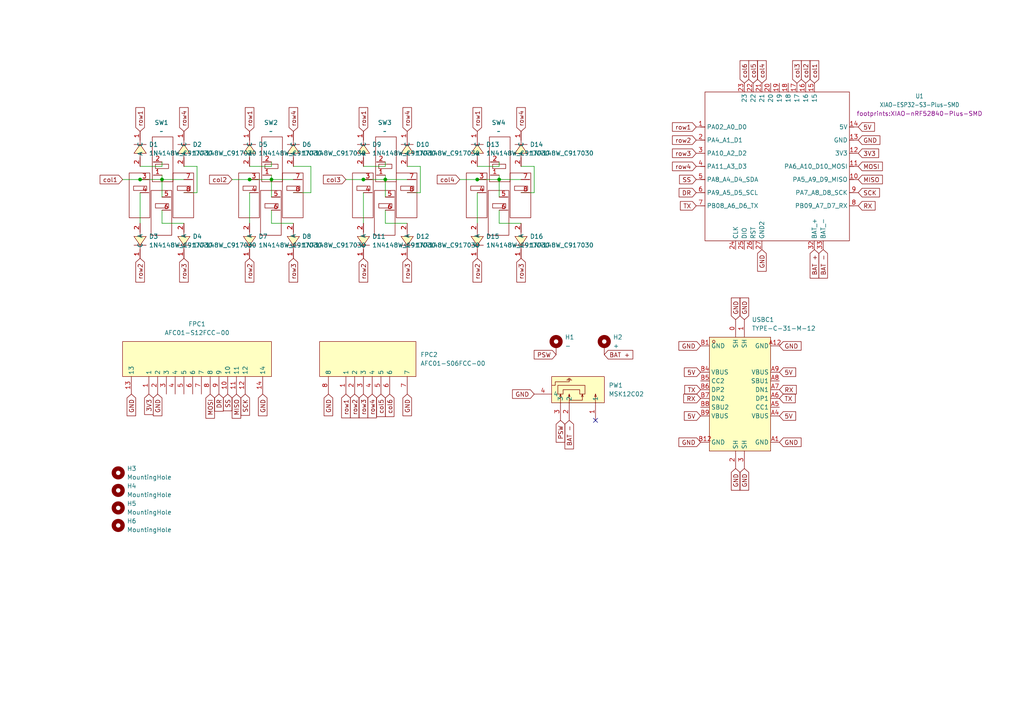
<source format=kicad_sch>
(kicad_sch (version 20250114) (generator "eeschema") (generator_version "9.0")
  (paper "A4")
  (lib_symbols
    (symbol "D2FC_F_7N:mouse-switch-cluster"
      (property "Reference" "SW" (at -2.286 -2.032 0))
      (symbol "mouse-switch-cluster_0_1"
        (rectangle (start -8.255 -1.905) (end -4.445 -3.175))
        (rectangle (start -3.525 1.905) (end -9.525 -11.095))
        (rectangle (start -2.825 12.365) (end 3.175 -0.635))
        (rectangle (start -1.905 -6.985) (end 1.905 -8.255))
        (rectangle (start 1.905 3.175) (end -1.905 4.445))
        (rectangle (start 2.825 -3.175) (end -3.175 -16.175))
        (rectangle (start 4.445 -1.905) (end 8.255 -3.175))
        (rectangle (start 9.175 1.905) (end 3.175 -11.095))
      )
      (symbol "mouse-switch-cluster_1_1"
        (pin free line (at -6.35 0 0) (length 2.54) (name "") (number "3"))
        (pin free line (at -6.35 -3.81 0) (length 2.54) (name "") (number "4"))
        (pin free line (at 0 5.08 180) (length 2.54) (name "") (number "2"))
        (pin free line (at 0 1.27 180) (length 2.54) (name "") (number "1"))
        (pin free line (at 0 -5.08 0) (length 2.54) (name "") (number "5"))
        (pin free line (at 0 -8.89 0) (length 2.54) (name "") (number "6"))
        (pin free line (at 6.35 0 0) (length 2.54) (name "") (number "7"))
        (pin free line (at 6.35 -3.81 0) (length 2.54) (name "") (number "8"))
      )
    )
    (symbol "Mechanical:MountingHole" (pin_names (offset 1.016)) (in_bom no)
      (property "Reference" "H" (at 0 5.08 0))
      (property "Value" "MountingHole" (at 0 3.175 0))
      (symbol "MountingHole_0_1"
        (circle (center 0 0) (radius 1.27) (stroke (width 1.27)))
      )
    )
    (symbol "Mechanical:MountingHole_Pad" (pin_numbers (hide yes)) (pin_names (offset 1.016) (hide yes)) (in_bom no)
      (property "Reference" "H" (at 0 6.35 0))
      (property "Value" "MountingHole_Pad" (at 0 4.445 0))
      (symbol "MountingHole_Pad_0_1"
        (circle (center 0 1.27) (radius 1.27) (stroke (width 1.27)))
      )
      (symbol "MountingHole_Pad_1_1"
        (pin input line (at 0 -2.54 90) (length 2.54) (name "1") (number "1"))
      )
    )
    (symbol "easyeda2kicad:1N4148W_C917030"
      (property "Reference" "D" (at 0 5.08 0))
      (property "Value" "1N4148W_C917030" (at 0 -5.08 0))
      (symbol "1N4148W_C917030_0_1"
        (polyline (pts (xy -1.27 1.78) (xy -1.27 -1.78)))
        (polyline (pts (xy -1.27 0) (xy -2.54 0)))
        (polyline (pts (xy 1.27 1.78) (xy -1.27 0) (xy 1.27 -1.78) (xy 1.27 1.78)) (fill (type background)))
        (polyline (pts (xy 2.54 0) (xy 1.27 0)))
        (pin unspecified line (at -5.08 0 0) (length 2.54) (name "C") (number "1"))
        (pin unspecified line (at 5.08 0 180) (length 2.54) (name "A") (number "2"))
      )
    )
    (symbol "easyeda2kicad:AFC01-S06FCC-00"
      (property "Reference" "FPC" (at 0 16.51 0))
      (property "Value" "AFC01-S06FCC-00" (at 0 -16.51 0))
      (symbol "AFC01-S06FCC-00_0_1"
        (rectangle (start -2.54 13.97) (end 7.62 -13.97) (fill (type background)))
        (pin unspecified line (at -7.62 11.43 0) (length 5.08) (name "8") (number "8"))
        (pin unspecified line (at -7.62 6.35 0) (length 5.08) (name "1") (number "1"))
        (pin unspecified line (at -7.62 3.81 0) (length 5.08) (name "2") (number "2"))
        (pin unspecified line (at -7.62 1.27 0) (length 5.08) (name "3") (number "3"))
        (pin unspecified line (at -7.62 -1.27 0) (length 5.08) (name "4") (number "4"))
        (pin unspecified line (at -7.62 -3.81 0) (length 5.08) (name "5") (number "5"))
        (pin unspecified line (at -7.62 -6.35 0) (length 5.08) (name "6") (number "6"))
        (pin unspecified line (at -7.62 -11.43 0) (length 5.08) (name "7") (number "7"))
      )
    )
    (symbol "easyeda2kicad:AFC01-S12FCC-00"
      (property "Reference" "FPC" (at 0 24.13 0))
      (property "Value" "AFC01-S12FCC-00" (at 0 -24.13 0))
      (symbol "AFC01-S12FCC-00_0_1"
        (rectangle (start -2.54 21.59) (end 7.62 -21.59) (fill (type background)))
        (pin unspecified line (at -7.62 19.05 0) (length 5.08) (name "13") (number "13"))
        (pin unspecified line (at -7.62 13.97 0) (length 5.08) (name "1") (number "1"))
        (pin unspecified line (at -7.62 11.43 0) (length 5.08) (name "2") (number "2"))
        (pin unspecified line (at -7.62 8.89 0) (length 5.08) (name "3") (number "3"))
        (pin unspecified line (at -7.62 6.35 0) (length 5.08) (name "4") (number "4"))
        (pin unspecified line (at -7.62 3.81 0) (length 5.08) (name "5") (number "5"))
        (pin unspecified line (at -7.62 1.27 0) (length 5.08) (name "6") (number "6"))
        (pin unspecified line (at -7.62 -1.27 0) (length 5.08) (name "7") (number "7"))
        (pin unspecified line (at -7.62 -3.81 0) (length 5.08) (name "8") (number "8"))
        (pin unspecified line (at -7.62 -6.35 0) (length 5.08) (name "9") (number "9"))
        (pin unspecified line (at -7.62 -8.89 0) (length 5.08) (name "10") (number "10"))
        (pin unspecified line (at -7.62 -11.43 0) (length 5.08) (name "11") (number "11"))
        (pin unspecified line (at -7.62 -13.97 0) (length 5.08) (name "12") (number "12"))
        (pin unspecified line (at -7.62 -19.05 0) (length 5.08) (name "14") (number "14"))
      )
    )
    (symbol "easyeda2kicad:MSK12C02"
      (property "Reference" "SW" (at 0 12.7 0))
      (property "Value" "MSK12C02" (at 0 -5.08 0))
      (symbol "MSK12C02_0_1"
        (rectangle (start -7.62 2.54) (end 7.62 -5.08) (fill (type background)))
        (polyline (pts (xy -5.08 2.54) (xy -5.08 0.76)))
        (polyline (pts (xy -5.08 0.76) (xy -5.08 0)))
        (polyline (pts (xy -5.08 0) (xy -5.33 0.76)))
        (polyline (pts (xy -5.08 0) (xy -4.83 0.76)))
        (polyline (pts (xy -1.78 0) (xy -0.51 0) (xy -0.51 -1.27) (xy 4.32 -1.27) (xy 4.32 0) (xy 5.84 0) (xy 5.84 -2.54) (xy -2.03 -2.54) (xy -2.03 0) (xy -1.78 0)) (fill (type background)))
        (polyline (pts (xy -1.27 0) (xy -1.52 0.76)))
        (polyline (pts (xy 1.78 -4.06) (xy 3.3 -4.06)))
        (polyline (pts (xy 2.03 -4.32) (xy 3.05 -4.32)))
        (polyline (pts (xy 2.29 -4.57) (xy 2.79 -4.57)))
        (polyline (pts (xy 2.54 2.54) (xy 2.54 0.76)))
        (polyline (pts (xy 2.54 1.78) (xy -1.27 1.78) (xy -1.27 0) (xy -1.02 0.76)))
        (polyline (pts (xy 2.54 0.76) (xy 2.54 0)))
        (polyline (pts (xy 2.54 0) (xy 2.29 0.76)))
        (polyline (pts (xy 2.54 0) (xy 2.79 0.76)))
        (polyline (pts (xy 5.08 2.54) (xy 5.08 0) (xy 5.33 0.76)))
        (polyline (pts (xy 5.08 0) (xy 4.83 0.76)))
        (polyline (pts (xy 7.62 -2.54) (xy 6.6 -2.54) (xy 6.6 -3.56) (xy 2.54 -3.56) (xy 2.54 -4.06)))
        (pin unspecified line (at -5.08 7.62 270) (length 5.08) (name "1") (number "1"))
        (pin unspecified line (at 2.54 7.62 270) (length 5.08) (name "2") (number "2"))
        (pin unspecified line (at 5.08 7.62 270) (length 5.08) (name "3") (number "3"))
        (pin unspecified line (at 12.7 0 180) (length 5.08) (name "4") (number "4"))
      )
    )
    (symbol "easyeda2kicad:TYPE-C-31-M-12"
      (property "Reference" "USBC" (at 0 26.67 0))
      (property "Value" "TYPE-C-31-M-12" (at 0 -26.67 0))
      (symbol "TYPE-C-31-M-12_0_1"
        (rectangle (start -8.89 16.51) (end 8.89 -16.51) (fill (type background)))
        (circle (center -7.62 15.24) (radius 0.38))
        (pin unspecified line (at -11.43 13.97 0) (length 2.54) (name "GND") (number "B1"))
        (pin unspecified line (at -11.43 6.35 0) (length 2.54) (name "VBUS") (number "B4"))
        (pin unspecified line (at -11.43 3.81 0) (length 2.54) (name "CC2") (number "B5"))
        (pin unspecified line (at -11.43 1.27 0) (length 2.54) (name "DP2") (number "B6"))
        (pin unspecified line (at -11.43 -1.27 0) (length 2.54) (name "DN2") (number "B7"))
        (pin unspecified line (at -11.43 -3.81 0) (length 2.54) (name "SBU2") (number "B8"))
        (pin unspecified line (at -11.43 -6.35 0) (length 2.54) (name "VBUS") (number "B9"))
        (pin unspecified line (at -11.43 -13.97 0) (length 2.54) (name "GND") (number "B12"))
        (pin unspecified line (at -1.27 21.59 270) (length 5.08) (name "SH") (number "0"))
        (pin unspecified line (at -1.27 -21.59 90) (length 5.08) (name "SH") (number "2"))
        (pin unspecified line (at 1.27 21.59 270) (length 5.08) (name "SH") (number "1"))
        (pin unspecified line (at 1.27 -21.59 90) (length 5.08) (name "SH") (number "3"))
        (pin unspecified line (at 11.43 13.97 180) (length 2.54) (name "GND") (number "A12"))
        (pin unspecified line (at 11.43 6.35 180) (length 2.54) (name "VBUS") (number "A9"))
        (pin unspecified line (at 11.43 3.81 180) (length 2.54) (name "SBU1") (number "A8"))
        (pin unspecified line (at 11.43 1.27 180) (length 2.54) (name "DN1") (number "A7"))
        (pin unspecified line (at 11.43 -1.27 180) (length 2.54) (name "DP1") (number "A6"))
        (pin unspecified line (at 11.43 -3.81 180) (length 2.54) (name "CC1") (number "A5"))
        (pin unspecified line (at 11.43 -6.35 180) (length 2.54) (name "VBUS") (number "A4"))
        (pin unspecified line (at 11.43 -13.97 180) (length 2.54) (name "GND") (number "A1"))
      )
    )
    (symbol "xiao-esp32-s3-plus-smd:XIAO-ESP32-S3-Plus-SMD"
      (property "Reference" "U1" (at 34.29 17.7486 0))
      (property "Value" "XIAO-ESP32-S3-Plus-SMD" (at 34.29 15.2086 0))
      (property "Footprint" "footprints:XIAO-nRF52840-Plus-SMD" (at 0 0 0))
      (symbol "XIAO-ESP32-S3-Plus-SMD_0_1"
        (rectangle (start -21.59 21.59) (end 20.32 -21.59))
      )
      (symbol "XIAO-ESP32-S3-Plus-SMD_1_0"
        (polyline (pts (xy -21.59 11.43) (xy -22.86 11.43)) (stroke (width 0.1524)))
        (polyline (pts (xy -21.59 7.62) (xy -22.86 7.62)) (stroke (width 0.1524)))
        (polyline (pts (xy -21.59 3.81) (xy -22.86 3.81)) (stroke (width 0.1524)))
        (polyline (pts (xy -21.59 0) (xy -22.86 0)) (stroke (width 0.1524)))
        (polyline (pts (xy -21.59 -3.81) (xy -22.86 -3.81)) (stroke (width 0.1524)))
        (polyline (pts (xy -21.59 -7.62) (xy -22.86 -7.62)) (stroke (width 0.1524)))
        (polyline (pts (xy -21.59 -11.43) (xy -22.86 -11.43)) (stroke (width 0.1524)))
        (polyline (pts (xy 21.59 11.43) (xy 20.32 11.43)) (stroke (width 0.1524)))
        (polyline (pts (xy 21.59 7.62) (xy 20.32 7.62)) (stroke (width 0.1524)))
        (polyline (pts (xy 21.59 3.81) (xy 20.32 3.81)) (stroke (width 0.1524)))
        (polyline (pts (xy 21.59 0) (xy 20.32 0)) (stroke (width 0.1524)))
        (polyline (pts (xy 21.59 -3.81) (xy 20.32 -3.81)) (stroke (width 0.1524)))
        (polyline (pts (xy 21.59 -7.62) (xy 20.32 -7.62)) (stroke (width 0.1524)))
        (polyline (pts (xy 21.59 -11.43) (xy 20.32 -11.43)) (stroke (width 0.1524)))
        (pin passive line (at -24.13 11.43 0) (length 2.54) (name "PA02_A0_D0") (number "1"))
        (pin passive line (at -24.13 7.62 0) (length 2.54) (name "PA4_A1_D1") (number "2"))
        (pin passive line (at -24.13 3.81 0) (length 2.54) (name "PA10_A2_D2") (number "3"))
        (pin passive line (at -24.13 0 0) (length 2.54) (name "PA11_A3_D3") (number "4"))
        (pin passive line (at -24.13 -3.81 0) (length 2.54) (name "PA8_A4_D4_SDA") (number "5"))
        (pin passive line (at -24.13 -7.62 0) (length 2.54) (name "PA9_A5_D5_SCL") (number "6"))
        (pin passive line (at -24.13 -11.43 0) (length 2.54) (name "PB08_A6_D6_TX") (number "7"))
        (pin passive line (at 22.86 11.43 180) (length 2.54) (name "5V") (number "14"))
        (pin passive line (at 22.86 7.62 180) (length 2.54) (name "GND") (number "13"))
        (pin passive line (at 22.86 3.81 180) (length 2.54) (name "3V3") (number "12"))
        (pin passive line (at 22.86 0 180) (length 2.54) (name "PA6_A10_D10_MOSI") (number "11"))
        (pin passive line (at 22.86 -3.81 180) (length 2.54) (name "PA5_A9_D9_MISO") (number "10"))
        (pin passive line (at 22.86 -7.62 180) (length 2.54) (name "PA7_A8_D8_SCK") (number "9"))
        (pin passive line (at 22.86 -11.43 180) (length 2.54) (name "PB09_A7_D7_RX") (number "8"))
      )
      (symbol "XIAO-ESP32-S3-Plus-SMD_1_1"
        (pin passive line (at -12.7 -24.13 90) (length 2.54) (name "CLK") (number "24"))
        (pin passive line (at -10.16 24.13 270) (length 2.54) (name "23") (number "23"))
        (pin passive line (at -10.16 -24.13 90) (length 2.54) (name "DIO") (number "25"))
        (pin passive line (at -7.62 24.13 270) (length 2.54) (name "22") (number "22"))
        (pin passive line (at -7.62 -24.13 90) (length 2.54) (name "RST") (number "26"))
        (pin passive line (at -5.08 24.13 270) (length 2.54) (name "21") (number "21"))
        (pin passive line (at -5.08 -24.13 90) (length 2.54) (name "GND2") (number "27"))
        (pin passive line (at -2.54 24.13 270) (length 2.54) (name "20") (number "20"))
        (pin passive line (at 0 24.13 270) (length 2.54) (name "19") (number "19"))
        (pin passive line (at 2.54 24.13 270) (length 2.54) (name "18") (number "18"))
        (pin passive line (at 5.08 24.13 270) (length 2.54) (name "17") (number "17"))
        (pin passive line (at 7.62 24.13 270) (length 2.54) (name "16") (number "16"))
        (pin passive line (at 10.16 24.13 270) (length 2.54) (name "15") (number "15"))
        (pin passive line (at 10.16 -24.13 90) (length 2.54) (name "BAT_+") (number "32"))
        (pin passive line (at 12.7 -24.13 90) (length 2.54) (name "BAT_-") (number "33"))
      )
    )
  )
  (junction (at 138.43 52.07))
  (junction (at 78.74 52.07))
  (junction (at 40.64 52.07))
  (junction (at 144.78 52.07))
  (junction (at 72.39 52.07))
  (junction (at 46.99 52.07))
  (junction (at 105.41 52.07))
  (junction (at 111.76 52.07))
  (no_connect (at 172.72 121.92))
  (wire (pts (xy 118.11 55.88) (xy 121.92 55.88)))
  (wire (pts (xy 46.99 52.07) (xy 46.99 57.15)))
  (wire (pts (xy 144.78 50.8) (xy 144.78 52.07)))
  (wire (pts (xy 105.41 52.07) (xy 100.33 52.07)))
  (wire (pts (xy 57.15 55.88) (xy 57.15 48.26)))
  (wire (pts (xy 46.99 52.07) (xy 40.64 52.07)))
  (wire (pts (xy 53.34 52.07) (xy 46.99 52.07)))
  (wire (pts (xy 144.78 64.77) (xy 151.13 64.77)))
  (wire (pts (xy 138.43 55.88) (xy 138.43 64.77)))
  (wire (pts (xy 144.78 48.26) (xy 138.43 48.26)))
  (wire (pts (xy 111.76 50.8) (xy 111.76 52.07)))
  (wire (pts (xy 90.17 48.26) (xy 85.09 48.26)))
  (wire (pts (xy 46.99 64.77) (xy 53.34 64.77)))
  (wire (pts (xy 78.74 52.07) (xy 72.39 52.07)))
  (wire (pts (xy 111.76 46.99) (xy 111.76 48.26)))
  (wire (pts (xy 154.94 48.26) (xy 151.13 48.26)))
  (wire (pts (xy 78.74 64.77) (xy 85.09 64.77)))
  (wire (pts (xy 154.94 55.88) (xy 154.94 48.26)))
  (wire (pts (xy 78.74 46.99) (xy 78.74 48.26)))
  (wire (pts (xy 40.64 55.88) (xy 40.64 64.77)))
  (wire (pts (xy 111.76 52.07) (xy 111.76 57.15)))
  (wire (pts (xy 40.64 52.07) (xy 35.56 52.07)))
  (wire (pts (xy 144.78 52.07) (xy 144.78 57.15)))
  (wire (pts (xy 151.13 55.88) (xy 154.94 55.88)))
  (wire (pts (xy 46.99 48.26) (xy 40.64 48.26)))
  (wire (pts (xy 78.74 48.26) (xy 72.39 48.26)))
  (wire (pts (xy 111.76 64.77) (xy 118.11 64.77)))
  (wire (pts (xy 78.74 52.07) (xy 78.74 57.15)))
  (wire (pts (xy 78.74 60.96) (xy 78.74 64.77)))
  (wire (pts (xy 111.76 48.26) (xy 105.41 48.26)))
  (wire (pts (xy 121.92 48.26) (xy 118.11 48.26)))
  (wire (pts (xy 85.09 52.07) (xy 78.74 52.07)))
  (wire (pts (xy 72.39 55.88) (xy 72.39 64.77)))
  (wire (pts (xy 144.78 46.99) (xy 144.78 48.26)))
  (wire (pts (xy 144.78 52.07) (xy 138.43 52.07)))
  (wire (pts (xy 46.99 60.96) (xy 46.99 64.77)))
  (wire (pts (xy 78.74 50.8) (xy 78.74 52.07)))
  (wire (pts (xy 90.17 55.88) (xy 90.17 48.26)))
  (wire (pts (xy 46.99 46.99) (xy 46.99 48.26)))
  (wire (pts (xy 105.41 55.88) (xy 105.41 64.77)))
  (wire (pts (xy 53.34 55.88) (xy 57.15 55.88)))
  (wire (pts (xy 144.78 60.96) (xy 144.78 64.77)))
  (wire (pts (xy 111.76 52.07) (xy 105.41 52.07)))
  (wire (pts (xy 111.76 60.96) (xy 111.76 64.77)))
  (wire (pts (xy 121.92 55.88) (xy 121.92 48.26)))
  (wire (pts (xy 46.99 50.8) (xy 46.99 52.07)))
  (wire (pts (xy 85.09 55.88) (xy 90.17 55.88)))
  (wire (pts (xy 111.76 52.07) (xy 118.11 52.07)))
  (wire (pts (xy 72.39 52.07) (xy 67.31 52.07)))
  (wire (pts (xy 144.78 52.07) (xy 151.13 52.07)))
  (wire (pts (xy 138.43 52.07) (xy 133.35 52.07)))
  (wire (pts (xy 57.15 48.26) (xy 53.34 48.26)))
  (global_label "row1" (shape input) (at 40.64 38.1 90) (property "Intersheetrefs" "${INTERSHEET_REFS}" (effects (hide yes))))
  (global_label "5V" (shape input) (at 203.2 120.65 180) (property "Intersheetrefs" "${INTERSHEET_REFS}" (effects (hide yes))))
  (global_label "col4" (shape input) (at 220.98 24.13 90) (property "Intersheetrefs" "${INTERSHEET_REFS}" (effects (hide yes))))
  (global_label "GND" (shape input) (at 118.11 114.3 270) (property "Intersheetrefs" "${INTERSHEET_REFS}" (effects (hide yes))))
  (global_label "SCK" (shape input) (at 71.12 114.3 270) (property "Intersheetrefs" "${INTERSHEET_REFS}" (effects (hide yes))))
  (global_label "GND" (shape input) (at 38.1 114.3 270) (property "Intersheetrefs" "${INTERSHEET_REFS}" (effects (hide yes))))
  (global_label "row4" (shape input) (at 85.09 38.1 90) (property "Intersheetrefs" "${INTERSHEET_REFS}" (effects (hide yes))))
  (global_label "row1" (shape input) (at 105.41 38.1 90) (property "Intersheetrefs" "${INTERSHEET_REFS}" (effects (hide yes))))
  (global_label "row4" (shape input) (at 151.13 38.1 90) (property "Intersheetrefs" "${INTERSHEET_REFS}" (effects (hide yes))))
  (global_label "MISO" (shape input) (at 68.58 114.3 270) (property "Intersheetrefs" "${INTERSHEET_REFS}" (effects (hide yes))))
  (global_label "row1" (shape input) (at 138.43 38.1 90) (property "Intersheetrefs" "${INTERSHEET_REFS}" (effects (hide yes))))
  (global_label "row4" (shape input) (at 118.11 38.1 90) (property "Intersheetrefs" "${INTERSHEET_REFS}" (effects (hide yes))))
  (global_label "GND" (shape input) (at 226.06 100.33 0) (property "Intersheetrefs" "${INTERSHEET_REFS}" (effects (hide yes))))
  (global_label "RX" (shape input) (at 248.92 59.69 0) (property "Intersheetrefs" "${INTERSHEET_REFS}" (effects (hide yes))))
  (global_label "DR" (shape input) (at 201.93 55.88 180) (property "Intersheetrefs" "${INTERSHEET_REFS}" (effects (hide yes))))
  (global_label "5V" (shape input) (at 226.06 120.65 0) (property "Intersheetrefs" "${INTERSHEET_REFS}" (effects (hide yes))))
  (global_label "GND" (shape input) (at 203.2 128.27 180) (property "Intersheetrefs" "${INTERSHEET_REFS}" (effects (hide yes))))
  (global_label "col3" (shape input) (at 100.33 52.07 180) (property "Intersheetrefs" "${INTERSHEET_REFS}" (effects (hide yes))))
  (global_label "row2" (shape input) (at 138.43 74.93 270) (property "Intersheetrefs" "${INTERSHEET_REFS}" (effects (hide yes))))
  (global_label "BAT -" (shape input) (at 238.76 72.39 270) (property "Intersheetrefs" "${INTERSHEET_REFS}" (effects (hide yes))))
  (global_label "SS" (shape input) (at 201.93 52.07 180) (property "Intersheetrefs" "${INTERSHEET_REFS}" (effects (hide yes))))
  (global_label "GND" (shape input) (at 203.2 100.33 180) (property "Intersheetrefs" "${INTERSHEET_REFS}" (effects (hide yes))))
  (global_label "col6" (shape input) (at 215.9 24.13 90) (property "Intersheetrefs" "${INTERSHEET_REFS}" (effects (hide yes))))
  (global_label "col3" (shape input) (at 231.14 24.13 90) (property "Intersheetrefs" "${INTERSHEET_REFS}" (effects (hide yes))))
  (global_label "MOSI" (shape input) (at 60.96 114.3 270) (property "Intersheetrefs" "${INTERSHEET_REFS}" (effects (hide yes))))
  (global_label "RX" (shape input) (at 203.2 115.57 180) (property "Intersheetrefs" "${INTERSHEET_REFS}" (effects (hide yes))))
  (global_label "col2" (shape input) (at 67.31 52.07 180) (property "Intersheetrefs" "${INTERSHEET_REFS}" (effects (hide yes))))
  (global_label "col2" (shape input) (at 233.68 24.13 90) (property "Intersheetrefs" "${INTERSHEET_REFS}" (effects (hide yes))))
  (global_label "row1" (shape input) (at 100.33 114.3 270) (property "Intersheetrefs" "${INTERSHEET_REFS}" (effects (hide yes))))
  (global_label "row3" (shape input) (at 53.34 74.93 270) (property "Intersheetrefs" "${INTERSHEET_REFS}" (effects (hide yes))))
  (global_label "3V3" (shape input) (at 43.18 114.3 270) (property "Intersheetrefs" "${INTERSHEET_REFS}" (effects (hide yes))))
  (global_label "row4" (shape input) (at 53.34 38.1 90) (property "Intersheetrefs" "${INTERSHEET_REFS}" (effects (hide yes))))
  (global_label "col5" (shape input) (at 218.44 24.13 90) (property "Intersheetrefs" "${INTERSHEET_REFS}" (effects (hide yes))))
  (global_label "GND" (shape input) (at 213.36 135.89 270) (property "Intersheetrefs" "${INTERSHEET_REFS}" (effects (hide yes))))
  (global_label "PSW" (shape input) (at 162.56 121.92 270) (property "Intersheetrefs" "${INTERSHEET_REFS}" (effects (hide yes))))
  (global_label "TX" (shape input) (at 201.93 59.69 180) (property "Intersheetrefs" "${INTERSHEET_REFS}" (effects (hide yes))))
  (global_label "BAT +" (shape input) (at 236.22 72.39 270) (property "Intersheetrefs" "${INTERSHEET_REFS}" (effects (hide yes))))
  (global_label "row3" (shape input) (at 105.41 114.3 270) (property "Intersheetrefs" "${INTERSHEET_REFS}" (effects (hide yes))))
  (global_label "row2" (shape input) (at 72.39 74.93 270) (property "Intersheetrefs" "${INTERSHEET_REFS}" (effects (hide yes))))
  (global_label "row3" (shape input) (at 118.11 74.93 270) (property "Intersheetrefs" "${INTERSHEET_REFS}" (effects (hide yes))))
  (global_label "row3" (shape input) (at 85.09 74.93 270) (property "Intersheetrefs" "${INTERSHEET_REFS}" (effects (hide yes))))
  (global_label "GND" (shape input) (at 76.2 114.3 270) (property "Intersheetrefs" "${INTERSHEET_REFS}" (effects (hide yes))))
  (global_label "TX" (shape input) (at 226.06 115.57 0) (property "Intersheetrefs" "${INTERSHEET_REFS}" (effects (hide yes))))
  (global_label "MISO" (shape input) (at 248.92 52.07 0) (property "Intersheetrefs" "${INTERSHEET_REFS}" (effects (hide yes))))
  (global_label "5V" (shape input) (at 226.06 107.95 0) (property "Intersheetrefs" "${INTERSHEET_REFS}" (effects (hide yes))))
  (global_label "row4" (shape input) (at 107.95 114.3 270) (property "Intersheetrefs" "${INTERSHEET_REFS}" (effects (hide yes))))
  (global_label "GND" (shape input) (at 213.36 92.71 90) (property "Intersheetrefs" "${INTERSHEET_REFS}" (effects (hide yes))))
  (global_label "row4" (shape input) (at 201.93 48.26 180) (property "Intersheetrefs" "${INTERSHEET_REFS}" (effects (hide yes))))
  (global_label "row3" (shape input) (at 151.13 74.93 270) (property "Intersheetrefs" "${INTERSHEET_REFS}" (effects (hide yes))))
  (global_label "col4" (shape input) (at 133.35 52.07 180) (property "Intersheetrefs" "${INTERSHEET_REFS}" (effects (hide yes))))
  (global_label "5V" (shape input) (at 248.92 36.83 0) (property "Intersheetrefs" "${INTERSHEET_REFS}" (effects (hide yes))))
  (global_label "col1" (shape input) (at 35.56 52.07 180) (property "Intersheetrefs" "${INTERSHEET_REFS}" (effects (hide yes))))
  (global_label "col1" (shape input) (at 236.22 24.13 90) (property "Intersheetrefs" "${INTERSHEET_REFS}" (effects (hide yes))))
  (global_label "GND" (shape input) (at 215.9 92.71 90) (property "Intersheetrefs" "${INTERSHEET_REFS}" (effects (hide yes))))
  (global_label "row2" (shape input) (at 201.93 40.64 180) (property "Intersheetrefs" "${INTERSHEET_REFS}" (effects (hide yes))))
  (global_label "RX" (shape input) (at 226.06 113.03 0) (property "Intersheetrefs" "${INTERSHEET_REFS}" (effects (hide yes))))
  (global_label "PSW" (shape input) (at 161.29 102.87 180) (property "Intersheetrefs" "${INTERSHEET_REFS}" (effects (hide yes))))
  (global_label "GND" (shape input) (at 154.94 114.3 180) (property "Intersheetrefs" "${INTERSHEET_REFS}" (effects (hide yes))))
  (global_label "GND" (shape input) (at 95.25 114.3 270) (property "Intersheetrefs" "${INTERSHEET_REFS}" (effects (hide yes))))
  (global_label "SS" (shape input) (at 66.04 114.3 270) (property "Intersheetrefs" "${INTERSHEET_REFS}" (effects (hide yes))))
  (global_label "col5" (shape input) (at 110.49 114.3 270) (property "Intersheetrefs" "${INTERSHEET_REFS}" (effects (hide yes))))
  (global_label "DR" (shape input) (at 63.5 114.3 270) (property "Intersheetrefs" "${INTERSHEET_REFS}" (effects (hide yes))))
  (global_label "row3" (shape input) (at 201.93 44.45 180) (property "Intersheetrefs" "${INTERSHEET_REFS}" (effects (hide yes))))
  (global_label "BAT +" (shape input) (at 175.26 102.87 0) (property "Intersheetrefs" "${INTERSHEET_REFS}" (effects (hide yes))))
  (global_label "5V" (shape input) (at 203.2 107.95 180) (property "Intersheetrefs" "${INTERSHEET_REFS}" (effects (hide yes))))
  (global_label "row2" (shape input) (at 105.41 74.93 270) (property "Intersheetrefs" "${INTERSHEET_REFS}" (effects (hide yes))))
  (global_label "row2" (shape input) (at 102.87 114.3 270) (property "Intersheetrefs" "${INTERSHEET_REFS}" (effects (hide yes))))
  (global_label "SCK" (shape input) (at 248.92 55.88 0) (property "Intersheetrefs" "${INTERSHEET_REFS}" (effects (hide yes))))
  (global_label "row1" (shape input) (at 72.39 38.1 90) (property "Intersheetrefs" "${INTERSHEET_REFS}" (effects (hide yes))))
  (global_label "col6" (shape input) (at 113.03 114.3 270) (property "Intersheetrefs" "${INTERSHEET_REFS}" (effects (hide yes))))
  (global_label "GND" (shape input) (at 45.72 114.3 270) (property "Intersheetrefs" "${INTERSHEET_REFS}" (effects (hide yes))))
  (global_label "MOSI" (shape input) (at 248.92 48.26 0) (property "Intersheetrefs" "${INTERSHEET_REFS}" (effects (hide yes))))
  (global_label "GND" (shape input) (at 226.06 128.27 0) (property "Intersheetrefs" "${INTERSHEET_REFS}" (effects (hide yes))))
  (global_label "GND" (shape input) (at 215.9 135.89 270) (property "Intersheetrefs" "${INTERSHEET_REFS}" (effects (hide yes))))
  (global_label "BAT -" (shape input) (at 165.1 121.92 270) (property "Intersheetrefs" "${INTERSHEET_REFS}" (effects (hide yes))))
  (global_label "TX" (shape input) (at 203.2 113.03 180) (property "Intersheetrefs" "${INTERSHEET_REFS}" (effects (hide yes))))
  (global_label "3V3" (shape input) (at 248.92 44.45 0) (property "Intersheetrefs" "${INTERSHEET_REFS}" (effects (hide yes))))
  (global_label "row2" (shape input) (at 40.64 74.93 270) (property "Intersheetrefs" "${INTERSHEET_REFS}" (effects (hide yes))))
  (global_label "row1" (shape input) (at 201.93 36.83 180) (property "Intersheetrefs" "${INTERSHEET_REFS}" (effects (hide yes))))
  (global_label "GND" (shape input) (at 220.98 72.39 270) (property "Intersheetrefs" "${INTERSHEET_REFS}" (effects (hide yes))))
  (global_label "GND" (shape input) (at 248.92 40.64 0) (property "Intersheetrefs" "${INTERSHEET_REFS}" (effects (hide yes))))
  (symbol (lib_id "easyeda2kicad:AFC01-S06FCC-00") (at 106.68 106.68 90) (unit 1)
    (property "Reference" "FPC2" (at 121.92 102.8699 90) (effects (justify right)))
    (property "Value" "AFC01-S06FCC-00" (at 121.92 105.4099 90) (effects (justify right)))
    (property "Footprint" "easyeda2kicad:FPC-SMD_AFC01-S06FCC-00" (effects (hide yes)))
    (property "Datasheet" "https://lcsc.com/product-detail/Others_JUSHUO-AFC01-S06FCC-00_C262262.html" (effects (hide yes)))
    (property "LCSC Part" "C262262" (effects (hide yes)))
  )
  (symbol (lib_id "easyeda2kicad:1N4148W_C917030") (at 105.41 43.18 270) (unit 1)
    (property "Reference" "D9" (at 107.95 41.9099 90) (effects (justify left)))
    (property "Value" "1N4148W_C917030" (at 107.95 44.4499 90) (effects (justify left)))
    (property "Footprint" "easyeda2kicad:SOD-123_L2.8-W1.8-LS3.7-RD-1" (effects (hide yes)))
    (property "Datasheet" "https://lcsc.com/product-detail/Switching-Diode_JSMSEMI-1N4148W_C917030.html" (effects (hide yes)))
    (property "LCSC Part" "C917030" (effects (hide yes)))
  )
  (symbol (lib_id "easyeda2kicad:AFC01-S12FCC-00") (at 57.15 106.68 90) (unit 1)
    (property "Reference" "FPC1" (at 57.15 93.98 90))
    (property "Value" "AFC01-S12FCC-00" (at 57.15 96.52 90))
    (property "Footprint" "easyeda2kicad:FPC-SMD_AFC01-S12FCC-00" (effects (hide yes)))
    (property "Datasheet" "https://lcsc.com/product-detail/Others_JUSHUO-AFC01-S12FCC-00_C262268.html" (effects (hide yes)))
    (property "LCSC Part" "C262268" (effects (hide yes)))
  )
  (symbol (lib_id "easyeda2kicad:1N4148W_C917030") (at 151.13 43.18 270) (unit 1)
    (property "Reference" "D14" (at 153.67 41.9099 90) (effects (justify left)))
    (property "Value" "1N4148W_C917030" (at 153.67 44.4499 90) (effects (justify left)))
    (property "Footprint" "easyeda2kicad:SOD-123_L2.8-W1.8-LS3.7-RD-1" (effects (hide yes)))
    (property "Datasheet" "https://lcsc.com/product-detail/Switching-Diode_JSMSEMI-1N4148W_C917030.html" (effects (hide yes)))
    (property "LCSC Part" "C917030" (effects (hide yes)))
  )
  (symbol (lib_id "easyeda2kicad:TYPE-C-31-M-12") (at 214.63 114.3 0) (unit 1)
    (property "Reference" "USBC1" (at 218.0433 92.71 0) (effects (justify left)))
    (property "Value" "TYPE-C-31-M-12" (at 218.0433 95.25 0) (effects (justify left)))
    (property "Footprint" "easyeda2kicad:USB-C_SMD-TYPE-C-31-M-12" (effects (hide yes)))
    (property "Datasheet" "https://lcsc.com/product-detail/USB-Type-C_Korean-Hroparts-Elec-TYPE-C-31-M-12_C165948.html" (effects (hide yes)))
    (property "LCSC Part" "C165948" (effects (hide yes)))
  )
  (symbol (lib_id "Mechanical:MountingHole") (at 34.29 142.24 0) (unit 1) (in_bom no)
    (property "Reference" "H4" (at 36.83 140.9699 0) (effects (justify left)))
    (property "Value" "MountingHole" (at 36.83 143.5099 0) (effects (justify left)))
    (property "Footprint" "footprints:MountingHole_2.2mm_M2_Pad_Via" (effects (hide yes)))
    (property "Description" "Mounting Hole without connection" (effects (hide yes)))
  )
  (symbol (lib_id "easyeda2kicad:MSK12C02") (at 167.64 114.3 180) (unit 1)
    (property "Reference" "PW1" (at 176.53 111.7599 0) (effects (justify right)))
    (property "Value" "MSK12C02" (at 176.53 114.2999 0) (effects (justify right)))
    (property "Footprint" "easyeda2kicad:SW-TH_MSK12C02" (effects (hide yes)))
    (property "Datasheet" "https://lcsc.com/product-detail/Toggle-Switches_SHOU-HAN-MSK12C02_C431540.html" (effects (hide yes)))
    (property "LCSC Part" "C431540" (effects (hide yes)))
  )
  (symbol (lib_id "easyeda2kicad:1N4148W_C917030") (at 151.13 69.85 90) (unit 1)
    (property "Reference" "D16" (at 153.67 68.5799 90) (effects (justify right)))
    (property "Value" "1N4148W_C917030" (at 153.67 71.1199 90) (effects (justify right)))
    (property "Footprint" "easyeda2kicad:SOD-123_L2.8-W1.8-LS3.7-RD-1" (effects (hide yes)))
    (property "Datasheet" "https://lcsc.com/product-detail/Switching-Diode_JSMSEMI-1N4148W_C917030.html" (effects (hide yes)))
    (property "LCSC Part" "C917030" (effects (hide yes)))
  )
  (symbol (lib_id "Mechanical:MountingHole_Pad") (at 161.29 100.33 0) (unit 1) (in_bom no)
    (property "Reference" "H1" (at 163.83 97.7899 0) (effects (justify left)))
    (property "Value" "-" (at 163.83 100.3299 0) (effects (justify left)))
    (property "Footprint" "footprints:BatteryPad" (effects (hide yes)))
    (property "Description" "Mounting Hole with connection" (effects (hide yes)))
  )
  (symbol (lib_id "easyeda2kicad:1N4148W_C917030") (at 105.41 69.85 90) (unit 1)
    (property "Reference" "D11" (at 107.95 68.5799 90) (effects (justify right)))
    (property "Value" "1N4148W_C917030" (at 107.95 71.1199 90) (effects (justify right)))
    (property "Footprint" "easyeda2kicad:SOD-123_L2.8-W1.8-LS3.7-RD-1" (effects (hide yes)))
    (property "Datasheet" "https://lcsc.com/product-detail/Switching-Diode_JSMSEMI-1N4148W_C917030.html" (effects (hide yes)))
    (property "LCSC Part" "C917030" (effects (hide yes)))
  )
  (symbol (lib_id "Mechanical:MountingHole") (at 34.29 152.4 0) (unit 1) (in_bom no)
    (property "Reference" "H6" (at 36.83 151.1299 0) (effects (justify left)))
    (property "Value" "MountingHole" (at 36.83 153.6699 0) (effects (justify left)))
    (property "Footprint" "footprints:MountingHole_2.2mm_M2_Pad_Via" (effects (hide yes)))
    (property "Description" "Mounting Hole without connection" (effects (hide yes)))
  )
  (symbol (lib_id "easyeda2kicad:1N4148W_C917030") (at 53.34 43.18 270) (unit 1)
    (property "Reference" "D2" (at 55.88 41.9099 90) (effects (justify left)))
    (property "Value" "1N4148W_C917030" (at 55.88 44.4499 90) (effects (justify left)))
    (property "Footprint" "easyeda2kicad:SOD-123_L2.8-W1.8-LS3.7-RD-1" (effects (hide yes)))
    (property "Datasheet" "https://lcsc.com/product-detail/Switching-Diode_JSMSEMI-1N4148W_C917030.html" (effects (hide yes)))
    (property "LCSC Part" "C917030" (effects (hide yes)))
  )
  (symbol (lib_id "easyeda2kicad:1N4148W_C917030") (at 118.11 43.18 270) (unit 1)
    (property "Reference" "D10" (at 120.65 41.9099 90) (effects (justify left)))
    (property "Value" "1N4148W_C917030" (at 120.65 44.4499 90) (effects (justify left)))
    (property "Footprint" "easyeda2kicad:SOD-123_L2.8-W1.8-LS3.7-RD-1" (effects (hide yes)))
    (property "Datasheet" "https://lcsc.com/product-detail/Switching-Diode_JSMSEMI-1N4148W_C917030.html" (effects (hide yes)))
    (property "LCSC Part" "C917030" (effects (hide yes)))
  )
  (symbol (lib_id "easyeda2kicad:1N4148W_C917030") (at 138.43 43.18 270) (unit 1)
    (property "Reference" "D13" (at 140.97 41.9099 90) (effects (justify left)))
    (property "Value" "1N4148W_C917030" (at 140.97 44.4499 90) (effects (justify left)))
    (property "Footprint" "easyeda2kicad:SOD-123_L2.8-W1.8-LS3.7-RD-1" (effects (hide yes)))
    (property "Datasheet" "https://lcsc.com/product-detail/Switching-Diode_JSMSEMI-1N4148W_C917030.html" (effects (hide yes)))
    (property "LCSC Part" "C917030" (effects (hide yes)))
  )
  (symbol (lib_id "easyeda2kicad:1N4148W_C917030") (at 53.34 69.85 90) (unit 1)
    (property "Reference" "D4" (at 55.88 68.5799 90) (effects (justify right)))
    (property "Value" "1N4148W_C917030" (at 55.88 71.1199 90) (effects (justify right)))
    (property "Footprint" "easyeda2kicad:SOD-123_L2.8-W1.8-LS3.7-RD-1" (effects (hide yes)))
    (property "Datasheet" "https://lcsc.com/product-detail/Switching-Diode_JSMSEMI-1N4148W_C917030.html" (effects (hide yes)))
    (property "LCSC Part" "C917030" (effects (hide yes)))
  )
  (symbol (lib_id "D2FC_F_7N:mouse-switch-cluster") (at 46.99 52.07 0) (unit 1)
    (property "Reference" "SW1" (at 46.8475 35.56 0))
    (property "Value" "~" (at 46.8475 38.1 0))
    (property "Footprint" "footprints:mouse-switch-cluster" (effects (hide yes)))
  )
  (symbol (lib_id "easyeda2kicad:1N4148W_C917030") (at 40.64 69.85 90) (unit 1)
    (property "Reference" "D3" (at 43.18 68.5799 90) (effects (justify right)))
    (property "Value" "1N4148W_C917030" (at 43.18 71.1199 90) (effects (justify right)))
    (property "Footprint" "easyeda2kicad:SOD-123_L2.8-W1.8-LS3.7-RD-1" (effects (hide yes)))
    (property "Datasheet" "https://lcsc.com/product-detail/Switching-Diode_JSMSEMI-1N4148W_C917030.html" (effects (hide yes)))
    (property "LCSC Part" "C917030" (effects (hide yes)))
  )
  (symbol (lib_id "easyeda2kicad:1N4148W_C917030") (at 72.39 69.85 90) (unit 1)
    (property "Reference" "D7" (at 74.93 68.5799 90) (effects (justify right)))
    (property "Value" "1N4148W_C917030" (at 74.93 71.1199 90) (effects (justify right)))
    (property "Footprint" "easyeda2kicad:SOD-123_L2.8-W1.8-LS3.7-RD-1" (effects (hide yes)))
    (property "Datasheet" "https://lcsc.com/product-detail/Switching-Diode_JSMSEMI-1N4148W_C917030.html" (effects (hide yes)))
    (property "LCSC Part" "C917030" (effects (hide yes)))
  )
  (symbol (lib_id "easyeda2kicad:1N4148W_C917030") (at 138.43 69.85 90) (unit 1)
    (property "Reference" "D15" (at 140.97 68.5799 90) (effects (justify right)))
    (property "Value" "1N4148W_C917030" (at 140.97 71.1199 90) (effects (justify right)))
    (property "Footprint" "easyeda2kicad:SOD-123_L2.8-W1.8-LS3.7-RD-1" (effects (hide yes)))
    (property "Datasheet" "https://lcsc.com/product-detail/Switching-Diode_JSMSEMI-1N4148W_C917030.html" (effects (hide yes)))
    (property "LCSC Part" "C917030" (effects (hide yes)))
  )
  (symbol (lib_id "D2FC_F_7N:mouse-switch-cluster") (at 111.76 52.07 0) (unit 1)
    (property "Reference" "SW3" (at 111.6175 35.56 0))
    (property "Value" "~" (at 111.6175 38.1 0))
    (property "Footprint" "footprints:mouse-switch-cluster" (effects (hide yes)))
  )
  (symbol (lib_id "easyeda2kicad:1N4148W_C917030") (at 118.11 69.85 90) (unit 1)
    (property "Reference" "D12" (at 120.65 68.5799 90) (effects (justify right)))
    (property "Value" "1N4148W_C917030" (at 120.65 71.1199 90) (effects (justify right)))
    (property "Footprint" "easyeda2kicad:SOD-123_L2.8-W1.8-LS3.7-RD-1" (effects (hide yes)))
    (property "Datasheet" "https://lcsc.com/product-detail/Switching-Diode_JSMSEMI-1N4148W_C917030.html" (effects (hide yes)))
    (property "LCSC Part" "C917030" (effects (hide yes)))
  )
  (symbol (lib_id "xiao-esp32-s3-plus-smd:XIAO-ESP32-S3-Plus-SMD") (at 226.06 48.26 0) (unit 1)
    (property "Reference" "U1" (at 266.7 27.8698 0) (effects (font (size 1.27 1.0795))))
    (property "Value" "XIAO-ESP32-S3-Plus-SMD" (at 266.7 30.4098 0) (effects (font (size 1.27 1.0795))))
    (property "Footprint" "footprints:XIAO-nRF52840-Plus-SMD" (at 266.7 32.9498 0))
  )
  (symbol (lib_id "D2FC_F_7N:mouse-switch-cluster") (at 78.74 52.07 0) (unit 1)
    (property "Reference" "SW2" (at 78.5975 35.56 0))
    (property "Value" "~" (at 78.5975 38.1 0))
    (property "Footprint" "footprints:mouse-switch-cluster" (effects (hide yes)))
  )
  (symbol (lib_id "D2FC_F_7N:mouse-switch-cluster") (at 144.78 52.07 0) (unit 1)
    (property "Reference" "SW4" (at 144.6375 35.56 0))
    (property "Value" "~" (at 144.6375 38.1 0))
    (property "Footprint" "footprints:mouse-switch-cluster" (effects (hide yes)))
  )
  (symbol (lib_id "Mechanical:MountingHole_Pad") (at 175.26 100.33 0) (unit 1) (in_bom no)
    (property "Reference" "H2" (at 177.8 97.7899 0) (effects (justify left)))
    (property "Value" "+" (at 177.8 100.3299 0) (effects (justify left)))
    (property "Footprint" "footprints:BatteryPad" (effects (hide yes)))
    (property "Description" "Mounting Hole with connection" (effects (hide yes)))
  )
  (symbol (lib_id "easyeda2kicad:1N4148W_C917030") (at 40.64 43.18 270) (unit 1)
    (property "Reference" "D1" (at 43.18 41.9099 90) (effects (justify left)))
    (property "Value" "1N4148W_C917030" (at 43.18 44.4499 90) (effects (justify left)))
    (property "Footprint" "easyeda2kicad:SOD-123_L2.8-W1.8-LS3.7-RD-1" (effects (hide yes)))
    (property "Datasheet" "https://lcsc.com/product-detail/Switching-Diode_JSMSEMI-1N4148W_C917030.html" (effects (hide yes)))
    (property "LCSC Part" "C917030" (effects (hide yes)))
  )
  (symbol (lib_id "Mechanical:MountingHole") (at 34.29 147.32 0) (unit 1) (in_bom no)
    (property "Reference" "H5" (at 36.83 146.0499 0) (effects (justify left)))
    (property "Value" "MountingHole" (at 36.83 148.5899 0) (effects (justify left)))
    (property "Footprint" "footprints:MountingHole_2.2mm_M2_Pad_Via" (effects (hide yes)))
    (property "Description" "Mounting Hole without connection" (effects (hide yes)))
  )
  (symbol (lib_id "easyeda2kicad:1N4148W_C917030") (at 72.39 43.18 270) (unit 1)
    (property "Reference" "D5" (at 74.93 41.9099 90) (effects (justify left)))
    (property "Value" "1N4148W_C917030" (at 74.93 44.4499 90) (effects (justify left)))
    (property "Footprint" "easyeda2kicad:SOD-123_L2.8-W1.8-LS3.7-RD-1" (effects (hide yes)))
    (property "Datasheet" "https://lcsc.com/product-detail/Switching-Diode_JSMSEMI-1N4148W_C917030.html" (effects (hide yes)))
    (property "LCSC Part" "C917030" (effects (hide yes)))
  )
  (symbol (lib_id "Mechanical:MountingHole") (at 34.29 137.16 0) (unit 1) (in_bom no)
    (property "Reference" "H3" (at 36.83 135.8899 0) (effects (justify left)))
    (property "Value" "MountingHole" (at 36.83 138.4299 0) (effects (justify left)))
    (property "Footprint" "footprints:MountingHole_2.2mm_M2_Pad_Via" (effects (hide yes)))
    (property "Description" "Mounting Hole without connection" (effects (hide yes)))
  )
  (symbol (lib_id "easyeda2kicad:1N4148W_C917030") (at 85.09 43.18 270) (unit 1)
    (property "Reference" "D6" (at 87.63 41.9099 90) (effects (justify left)))
    (property "Value" "1N4148W_C917030" (at 87.63 44.4499 90) (effects (justify left)))
    (property "Footprint" "easyeda2kicad:SOD-123_L2.8-W1.8-LS3.7-RD-1" (effects (hide yes)))
    (property "Datasheet" "https://lcsc.com/product-detail/Switching-Diode_JSMSEMI-1N4148W_C917030.html" (effects (hide yes)))
    (property "LCSC Part" "C917030" (effects (hide yes)))
  )
  (symbol (lib_id "easyeda2kicad:1N4148W_C917030") (at 85.09 69.85 90) (unit 1)
    (property "Reference" "D8" (at 87.63 68.5799 90) (effects (justify right)))
    (property "Value" "1N4148W_C917030" (at 87.63 71.1199 90) (effects (justify right)))
    (property "Footprint" "easyeda2kicad:SOD-123_L2.8-W1.8-LS3.7-RD-1" (effects (hide yes)))
    (property "Datasheet" "https://lcsc.com/product-detail/Switching-Diode_JSMSEMI-1N4148W_C917030.html" (effects (hide yes)))
    (property "LCSC Part" "C917030" (effects (hide yes)))
  )
)
</source>
